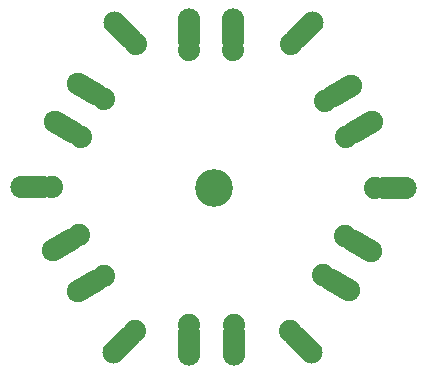
<source format=gbs>
G04 #@! TF.GenerationSoftware,KiCad,Pcbnew,7.0.8*
G04 #@! TF.CreationDate,2024-03-08T23:23:19+05:00*
G04 #@! TF.ProjectId,Ws2812 PCB,57733238-3132-4205-9043-422e6b696361,1*
G04 #@! TF.SameCoordinates,Original*
G04 #@! TF.FileFunction,Soldermask,Bot*
G04 #@! TF.FilePolarity,Negative*
%FSLAX46Y46*%
G04 Gerber Fmt 4.6, Leading zero omitted, Abs format (unit mm)*
G04 Created by KiCad (PCBNEW 7.0.8) date 2024-03-08 23:23:19*
%MOMM*%
%LPD*%
G01*
G04 APERTURE LIST*
G04 Aperture macros list*
%AMHorizOval*
0 Thick line with rounded ends*
0 $1 width*
0 $2 $3 position (X,Y) of the first rounded end (center of the circle)*
0 $4 $5 position (X,Y) of the second rounded end (center of the circle)*
0 Add line between two ends*
20,1,$1,$2,$3,$4,$5,0*
0 Add two circle primitives to create the rounded ends*
1,1,$1,$2,$3*
1,1,$1,$4,$5*%
G04 Aperture macros list end*
%ADD10C,3.200000*%
%ADD11C,1.879600*%
%ADD12HorizOval,1.879600X-0.769897X-0.444500X0.769897X0.444500X0*%
%ADD13O,1.879600X3.657600*%
%ADD14HorizOval,1.879600X-0.769897X0.444500X0.769897X-0.444500X0*%
%ADD15O,3.657600X1.879600*%
%ADD16HorizOval,1.879600X0.628618X0.628618X-0.628618X-0.628618X0*%
%ADD17HorizOval,1.879600X0.769897X-0.444500X-0.769897X0.444500X0*%
%ADD18HorizOval,1.879600X-0.628618X-0.628618X0.628618X0.628618X0*%
%ADD19HorizOval,1.879600X0.769897X0.444500X-0.769897X-0.444500X0*%
%ADD20HorizOval,1.879600X0.628618X-0.628618X-0.628618X0.628618X0*%
%ADD21HorizOval,1.879600X-0.628618X0.628618X0.628618X-0.628618X0*%
G04 APERTURE END LIST*
D10*
G04 #@! TO.C,REF\u002A\u002A*
X121059315Y-79775000D03*
G04 #@! TD*
D11*
G04 #@! TO.C,J11*
X130495000Y-72450000D03*
D12*
X131945593Y-71612500D03*
G04 #@! TD*
D11*
G04 #@! TO.C,J13*
X118945000Y-91368000D03*
D13*
X118945000Y-93043000D03*
G04 #@! TD*
D11*
G04 #@! TO.C,J12*
X130345000Y-87200000D03*
D14*
X131795593Y-88037500D03*
G04 #@! TD*
D11*
G04 #@! TO.C,J4*
X107345000Y-79750000D03*
D15*
X105670000Y-79750000D03*
G04 #@! TD*
D11*
G04 #@! TO.C,J2*
X114370000Y-91925000D03*
D16*
X113185596Y-93109404D03*
G04 #@! TD*
D11*
G04 #@! TO.C,J16*
X122770000Y-91368000D03*
D13*
X122770000Y-93043000D03*
G04 #@! TD*
D11*
G04 #@! TO.C,J9*
X122745000Y-68107000D03*
D13*
X122745000Y-66432000D03*
G04 #@! TD*
D11*
G04 #@! TO.C,J18*
X111795000Y-72250000D03*
D17*
X110344407Y-71412500D03*
G04 #@! TD*
D11*
G04 #@! TO.C,J10*
X118970000Y-68107000D03*
D13*
X118970000Y-66432000D03*
G04 #@! TD*
D11*
G04 #@! TO.C,J6*
X127613489Y-67606511D03*
D18*
X128797893Y-66422107D03*
G04 #@! TD*
D11*
G04 #@! TO.C,J8*
X111795593Y-87262500D03*
D19*
X110345000Y-88100000D03*
G04 #@! TD*
D11*
G04 #@! TO.C,J3*
X114526511Y-67631511D03*
D20*
X113342107Y-66447107D03*
G04 #@! TD*
D11*
G04 #@! TO.C,J1*
X134720000Y-79800000D03*
D15*
X136395000Y-79800000D03*
G04 #@! TD*
D11*
G04 #@! TO.C,J7*
X132295000Y-75450000D03*
D12*
X133745593Y-74612500D03*
G04 #@! TD*
D11*
G04 #@! TO.C,J14*
X109845000Y-75500000D03*
D17*
X108394407Y-74662500D03*
G04 #@! TD*
D11*
G04 #@! TO.C,J5*
X127538489Y-91868489D03*
D21*
X128722893Y-93052893D03*
G04 #@! TD*
D11*
G04 #@! TO.C,J15*
X109680245Y-83809000D03*
D19*
X108229652Y-84646500D03*
G04 #@! TD*
D11*
G04 #@! TO.C,J17*
X132170000Y-83900000D03*
D14*
X133620593Y-84737500D03*
G04 #@! TD*
M02*

</source>
